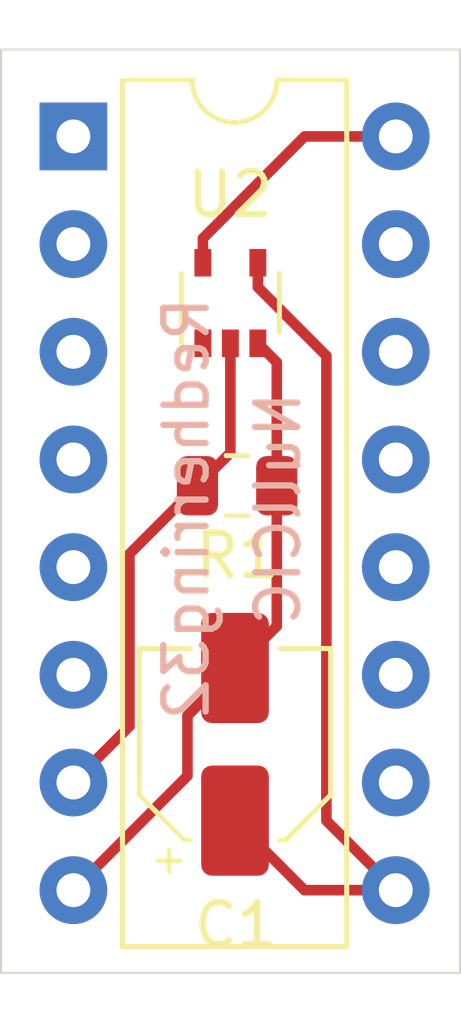
<source format=kicad_pcb>
(kicad_pcb (version 20171130) (host pcbnew "(5.1.2)-2")

  (general
    (thickness 1.6)
    (drawings 7)
    (tracks 24)
    (zones 0)
    (modules 4)
    (nets 18)
  )

  (page A4)
  (layers
    (0 F.Cu signal)
    (31 B.Cu signal)
    (32 B.Adhes user)
    (33 F.Adhes user)
    (34 B.Paste user)
    (35 F.Paste user)
    (36 B.SilkS user)
    (37 F.SilkS user)
    (38 B.Mask user)
    (39 F.Mask user)
    (40 Dwgs.User user)
    (41 Cmts.User user)
    (42 Eco1.User user)
    (43 Eco2.User user)
    (44 Edge.Cuts user)
    (45 Margin user)
    (46 B.CrtYd user)
    (47 F.CrtYd user)
    (48 B.Fab user)
    (49 F.Fab user)
  )

  (setup
    (last_trace_width 0.25)
    (trace_clearance 0.2)
    (zone_clearance 0.508)
    (zone_45_only no)
    (trace_min 0.2)
    (via_size 0.8)
    (via_drill 0.4)
    (via_min_size 0.4)
    (via_min_drill 0.3)
    (uvia_size 0.3)
    (uvia_drill 0.1)
    (uvias_allowed no)
    (uvia_min_size 0.2)
    (uvia_min_drill 0.1)
    (edge_width 0.05)
    (segment_width 0.2)
    (pcb_text_width 0.3)
    (pcb_text_size 1.5 1.5)
    (mod_edge_width 0.12)
    (mod_text_size 1 1)
    (mod_text_width 0.15)
    (pad_size 1.524 1.524)
    (pad_drill 0.762)
    (pad_to_mask_clearance 0.051)
    (solder_mask_min_width 0.25)
    (aux_axis_origin 0 0)
    (visible_elements 7FFFFFFF)
    (pcbplotparams
      (layerselection 0x010fc_ffffffff)
      (usegerberextensions false)
      (usegerberattributes false)
      (usegerberadvancedattributes false)
      (creategerberjobfile false)
      (excludeedgelayer true)
      (linewidth 0.100000)
      (plotframeref false)
      (viasonmask false)
      (mode 1)
      (useauxorigin false)
      (hpglpennumber 1)
      (hpglpenspeed 20)
      (hpglpendiameter 15.000000)
      (psnegative false)
      (psa4output false)
      (plotreference true)
      (plotvalue true)
      (plotinvisibletext false)
      (padsonsilk false)
      (subtractmaskfromsilk false)
      (outputformat 1)
      (mirror false)
      (drillshape 0)
      (scaleselection 1)
      (outputdirectory ""))
  )

  (net 0 "")
  (net 1 /GND)
  (net 2 /RST-Out)
  (net 3 "Net-(U1-Pad14)")
  (net 4 /RST-In)
  (net 5 "Net-(U1-Pad13)")
  (net 6 "Net-(U1-Pad6)")
  (net 7 "Net-(U1-Pad12)")
  (net 8 "Net-(U1-Pad5)")
  (net 9 "Net-(U1-Pad11)")
  (net 10 "Net-(U1-Pad4)")
  (net 11 "Net-(U1-Pad10)")
  (net 12 "Net-(U1-Pad3)")
  (net 13 "Net-(U1-Pad2)")
  (net 14 "Net-(U1-Pad1)")
  (net 15 /VCC)
  (net 16 "Net-(U2-Pad1)")
  (net 17 "Net-(U1-Pad15)")

  (net_class Default "This is the default net class."
    (clearance 0.2)
    (trace_width 0.25)
    (via_dia 0.8)
    (via_drill 0.4)
    (uvia_dia 0.3)
    (uvia_drill 0.1)
    (add_net /GND)
    (add_net /RST-In)
    (add_net /RST-Out)
    (add_net /VCC)
    (add_net "Net-(U1-Pad1)")
    (add_net "Net-(U1-Pad10)")
    (add_net "Net-(U1-Pad11)")
    (add_net "Net-(U1-Pad12)")
    (add_net "Net-(U1-Pad13)")
    (add_net "Net-(U1-Pad14)")
    (add_net "Net-(U1-Pad15)")
    (add_net "Net-(U1-Pad2)")
    (add_net "Net-(U1-Pad3)")
    (add_net "Net-(U1-Pad4)")
    (add_net "Net-(U1-Pad5)")
    (add_net "Net-(U1-Pad6)")
    (add_net "Net-(U2-Pad1)")
  )

  (module Resistor_SMD:R_0805_2012Metric (layer F.Cu) (tedit 5B36C52B) (tstamp 5E5EE3A9)
    (at 151.77 81.34 180)
    (descr "Resistor SMD 0805 (2012 Metric), square (rectangular) end terminal, IPC_7351 nominal, (Body size source: https://docs.google.com/spreadsheets/d/1BsfQQcO9C6DZCsRaXUlFlo91Tg2WpOkGARC1WS5S8t0/edit?usp=sharing), generated with kicad-footprint-generator")
    (tags resistor)
    (path /5E5EE2D3)
    (attr smd)
    (fp_text reference R1 (at 0 -1.65) (layer F.SilkS)
      (effects (font (size 1 1) (thickness 0.15)))
    )
    (fp_text value 0R (at 0 1.65) (layer F.Fab)
      (effects (font (size 1 1) (thickness 0.15)))
    )
    (fp_text user %R (at 0 0 270) (layer F.Fab)
      (effects (font (size 0.5 0.5) (thickness 0.08)))
    )
    (fp_line (start 1.68 0.95) (end -1.68 0.95) (layer F.CrtYd) (width 0.05))
    (fp_line (start 1.68 -0.95) (end 1.68 0.95) (layer F.CrtYd) (width 0.05))
    (fp_line (start -1.68 -0.95) (end 1.68 -0.95) (layer F.CrtYd) (width 0.05))
    (fp_line (start -1.68 0.95) (end -1.68 -0.95) (layer F.CrtYd) (width 0.05))
    (fp_line (start -0.258578 0.71) (end 0.258578 0.71) (layer F.SilkS) (width 0.12))
    (fp_line (start -0.258578 -0.71) (end 0.258578 -0.71) (layer F.SilkS) (width 0.12))
    (fp_line (start 1 0.6) (end -1 0.6) (layer F.Fab) (width 0.1))
    (fp_line (start 1 -0.6) (end 1 0.6) (layer F.Fab) (width 0.1))
    (fp_line (start -1 -0.6) (end 1 -0.6) (layer F.Fab) (width 0.1))
    (fp_line (start -1 0.6) (end -1 -0.6) (layer F.Fab) (width 0.1))
    (pad 2 smd roundrect (at 0.9375 0 180) (size 0.975 1.4) (layers F.Cu F.Paste F.Mask) (roundrect_rratio 0.25)
      (net 4 /RST-In))
    (pad 1 smd roundrect (at -0.9375 0 180) (size 0.975 1.4) (layers F.Cu F.Paste F.Mask) (roundrect_rratio 0.25)
      (net 1 /GND))
    (model ${KISYS3DMOD}/Resistor_SMD.3dshapes/R_0805_2012Metric.wrl
      (at (xyz 0 0 0))
      (scale (xyz 1 1 1))
      (rotate (xyz 0 0 0))
    )
  )

  (module Package_DIP:DIP-16_W7.62mm (layer F.Cu) (tedit 5A02E8C5) (tstamp 5E5DC7E4)
    (at 147.9 73.1)
    (descr "16-lead though-hole mounted DIP package, row spacing 7.62 mm (300 mils)")
    (tags "THT DIP DIL PDIP 2.54mm 7.62mm 300mil")
    (path /5E5D6A32)
    (fp_text reference " " (at 3.34 -2.37) (layer F.SilkS)
      (effects (font (size 1 1) (thickness 0.15)))
    )
    (fp_text value 10NES_CIC (at 3.81 20.11) (layer F.Fab)
      (effects (font (size 1 1) (thickness 0.15)))
    )
    (fp_text user %R (at 3.81 8.89) (layer F.Fab)
      (effects (font (size 1 1) (thickness 0.15)))
    )
    (fp_line (start 8.7 -1.55) (end -1.1 -1.55) (layer F.CrtYd) (width 0.05))
    (fp_line (start 8.7 19.3) (end 8.7 -1.55) (layer F.CrtYd) (width 0.05))
    (fp_line (start -1.1 19.3) (end 8.7 19.3) (layer F.CrtYd) (width 0.05))
    (fp_line (start -1.1 -1.55) (end -1.1 19.3) (layer F.CrtYd) (width 0.05))
    (fp_line (start 6.46 -1.33) (end 4.81 -1.33) (layer F.SilkS) (width 0.12))
    (fp_line (start 6.46 19.11) (end 6.46 -1.33) (layer F.SilkS) (width 0.12))
    (fp_line (start 1.16 19.11) (end 6.46 19.11) (layer F.SilkS) (width 0.12))
    (fp_line (start 1.16 -1.33) (end 1.16 19.11) (layer F.SilkS) (width 0.12))
    (fp_line (start 2.81 -1.33) (end 1.16 -1.33) (layer F.SilkS) (width 0.12))
    (fp_line (start 0.635 -0.27) (end 1.635 -1.27) (layer F.Fab) (width 0.1))
    (fp_line (start 0.635 19.05) (end 0.635 -0.27) (layer F.Fab) (width 0.1))
    (fp_line (start 6.985 19.05) (end 0.635 19.05) (layer F.Fab) (width 0.1))
    (fp_line (start 6.985 -1.27) (end 6.985 19.05) (layer F.Fab) (width 0.1))
    (fp_line (start 1.635 -1.27) (end 6.985 -1.27) (layer F.Fab) (width 0.1))
    (fp_arc (start 3.81 -1.33) (end 2.81 -1.33) (angle -180) (layer F.SilkS) (width 0.12))
    (pad 16 thru_hole oval (at 7.62 0) (size 1.6 1.6) (drill 0.8) (layers *.Cu *.Mask)
      (net 15 /VCC))
    (pad 8 thru_hole oval (at 0 17.78) (size 1.6 1.6) (drill 0.8) (layers *.Cu *.Mask)
      (net 1 /GND))
    (pad 15 thru_hole oval (at 7.62 2.54) (size 1.6 1.6) (drill 0.8) (layers *.Cu *.Mask)
      (net 17 "Net-(U1-Pad15)"))
    (pad 7 thru_hole oval (at 0 15.24) (size 1.6 1.6) (drill 0.8) (layers *.Cu *.Mask)
      (net 4 /RST-In))
    (pad 14 thru_hole oval (at 7.62 5.08) (size 1.6 1.6) (drill 0.8) (layers *.Cu *.Mask)
      (net 3 "Net-(U1-Pad14)"))
    (pad 6 thru_hole oval (at 0 12.7) (size 1.6 1.6) (drill 0.8) (layers *.Cu *.Mask)
      (net 6 "Net-(U1-Pad6)"))
    (pad 13 thru_hole oval (at 7.62 7.62) (size 1.6 1.6) (drill 0.8) (layers *.Cu *.Mask)
      (net 5 "Net-(U1-Pad13)"))
    (pad 5 thru_hole oval (at 0 10.16) (size 1.6 1.6) (drill 0.8) (layers *.Cu *.Mask)
      (net 8 "Net-(U1-Pad5)"))
    (pad 12 thru_hole oval (at 7.62 10.16) (size 1.6 1.6) (drill 0.8) (layers *.Cu *.Mask)
      (net 7 "Net-(U1-Pad12)"))
    (pad 4 thru_hole oval (at 0 7.62) (size 1.6 1.6) (drill 0.8) (layers *.Cu *.Mask)
      (net 10 "Net-(U1-Pad4)"))
    (pad 11 thru_hole oval (at 7.62 12.7) (size 1.6 1.6) (drill 0.8) (layers *.Cu *.Mask)
      (net 9 "Net-(U1-Pad11)"))
    (pad 3 thru_hole oval (at 0 5.08) (size 1.6 1.6) (drill 0.8) (layers *.Cu *.Mask)
      (net 12 "Net-(U1-Pad3)"))
    (pad 10 thru_hole oval (at 7.62 15.24) (size 1.6 1.6) (drill 0.8) (layers *.Cu *.Mask)
      (net 11 "Net-(U1-Pad10)"))
    (pad 2 thru_hole oval (at 0 2.54) (size 1.6 1.6) (drill 0.8) (layers *.Cu *.Mask)
      (net 13 "Net-(U1-Pad2)"))
    (pad 9 thru_hole oval (at 7.62 17.78) (size 1.6 1.6) (drill 0.8) (layers *.Cu *.Mask)
      (net 2 /RST-Out))
    (pad 1 thru_hole rect (at 0 0) (size 1.6 1.6) (drill 0.8) (layers *.Cu *.Mask)
      (net 14 "Net-(U1-Pad1)"))
    (model ${KISYS3DMOD}/Package_DIP.3dshapes/DIP-16_W7.62mm.wrl
      (at (xyz 0 0 0))
      (scale (xyz 1 1 1))
      (rotate (xyz 0 0 0))
    )
  )

  (module Package_TO_SOT_SMD:SOT-353_SC-70-5 (layer F.Cu) (tedit 5A02FF57) (tstamp 5E5DBDA5)
    (at 151.61 77.03 90)
    (descr "SOT-353, SC-70-5")
    (tags "SOT-353 SC-70-5")
    (path /5E5D9296)
    (attr smd)
    (fp_text reference U2 (at 2.56 -0.01 180) (layer F.SilkS)
      (effects (font (size 1 1) (thickness 0.15)))
    )
    (fp_text value 74LVC1GU04DRL (at 0 2 270) (layer F.Fab)
      (effects (font (size 1 1) (thickness 0.15)))
    )
    (fp_line (start -0.175 -1.1) (end -0.675 -0.6) (layer F.Fab) (width 0.1))
    (fp_line (start 0.675 1.1) (end -0.675 1.1) (layer F.Fab) (width 0.1))
    (fp_line (start 0.675 -1.1) (end 0.675 1.1) (layer F.Fab) (width 0.1))
    (fp_line (start -1.6 1.4) (end 1.6 1.4) (layer F.CrtYd) (width 0.05))
    (fp_line (start -0.675 -0.6) (end -0.675 1.1) (layer F.Fab) (width 0.1))
    (fp_line (start 0.675 -1.1) (end -0.175 -1.1) (layer F.Fab) (width 0.1))
    (fp_line (start -1.6 -1.4) (end 1.6 -1.4) (layer F.CrtYd) (width 0.05))
    (fp_line (start -1.6 -1.4) (end -1.6 1.4) (layer F.CrtYd) (width 0.05))
    (fp_line (start 1.6 1.4) (end 1.6 -1.4) (layer F.CrtYd) (width 0.05))
    (fp_line (start -0.7 1.16) (end 0.7 1.16) (layer F.SilkS) (width 0.12))
    (fp_line (start 0.7 -1.16) (end -1.2 -1.16) (layer F.SilkS) (width 0.12))
    (fp_text user %R (at 0 0) (layer F.Fab)
      (effects (font (size 0.5 0.5) (thickness 0.075)))
    )
    (pad 5 smd rect (at 0.95 -0.65 90) (size 0.65 0.4) (layers F.Cu F.Paste F.Mask)
      (net 15 /VCC))
    (pad 4 smd rect (at 0.95 0.65 90) (size 0.65 0.4) (layers F.Cu F.Paste F.Mask)
      (net 2 /RST-Out))
    (pad 2 smd rect (at -0.95 0 90) (size 0.65 0.4) (layers F.Cu F.Paste F.Mask)
      (net 4 /RST-In))
    (pad 3 smd rect (at -0.95 0.65 90) (size 0.65 0.4) (layers F.Cu F.Paste F.Mask)
      (net 1 /GND))
    (pad 1 smd rect (at -0.95 -0.65 90) (size 0.65 0.4) (layers F.Cu F.Paste F.Mask)
      (net 16 "Net-(U2-Pad1)"))
    (model ${KISYS3DMOD}/Package_TO_SOT_SMD.3dshapes/SOT-353_SC-70-5.wrl
      (at (xyz 0 0 0))
      (scale (xyz 1 1 1))
      (rotate (xyz 0 0 0))
    )
  )

  (module Capacitor_SMD:CP_Elec_4x5.3 (layer F.Cu) (tedit 5BCA39CF) (tstamp 5E5DBD6E)
    (at 151.72 87.44 90)
    (descr "SMD capacitor, aluminum electrolytic, Vishay, 4.0x5.3mm")
    (tags "capacitor electrolytic")
    (path /5E5DAB45)
    (attr smd)
    (fp_text reference C1 (at -4.26 0.02 180) (layer F.SilkS)
      (effects (font (size 1 1) (thickness 0.15)))
    )
    (fp_text value 0.47uF (at 0 3.2 90) (layer F.Fab)
      (effects (font (size 1 1) (thickness 0.15)))
    )
    (fp_text user %R (at 0 0 90) (layer F.Fab)
      (effects (font (size 0.8 0.8) (thickness 0.12)))
    )
    (fp_line (start -3.35 1.05) (end -2.4 1.05) (layer F.CrtYd) (width 0.05))
    (fp_line (start -3.35 -1.05) (end -3.35 1.05) (layer F.CrtYd) (width 0.05))
    (fp_line (start -2.4 -1.05) (end -3.35 -1.05) (layer F.CrtYd) (width 0.05))
    (fp_line (start -2.4 1.05) (end -2.4 1.25) (layer F.CrtYd) (width 0.05))
    (fp_line (start -2.4 -1.25) (end -2.4 -1.05) (layer F.CrtYd) (width 0.05))
    (fp_line (start -2.4 -1.25) (end -1.25 -2.4) (layer F.CrtYd) (width 0.05))
    (fp_line (start -2.4 1.25) (end -1.25 2.4) (layer F.CrtYd) (width 0.05))
    (fp_line (start -1.25 -2.4) (end 2.4 -2.4) (layer F.CrtYd) (width 0.05))
    (fp_line (start -1.25 2.4) (end 2.4 2.4) (layer F.CrtYd) (width 0.05))
    (fp_line (start 2.4 1.05) (end 2.4 2.4) (layer F.CrtYd) (width 0.05))
    (fp_line (start 3.35 1.05) (end 2.4 1.05) (layer F.CrtYd) (width 0.05))
    (fp_line (start 3.35 -1.05) (end 3.35 1.05) (layer F.CrtYd) (width 0.05))
    (fp_line (start 2.4 -1.05) (end 3.35 -1.05) (layer F.CrtYd) (width 0.05))
    (fp_line (start 2.4 -2.4) (end 2.4 -1.05) (layer F.CrtYd) (width 0.05))
    (fp_line (start -2.75 -1.81) (end -2.75 -1.31) (layer F.SilkS) (width 0.12))
    (fp_line (start -3 -1.56) (end -2.5 -1.56) (layer F.SilkS) (width 0.12))
    (fp_line (start -2.26 1.195563) (end -1.195563 2.26) (layer F.SilkS) (width 0.12))
    (fp_line (start -2.26 -1.195563) (end -1.195563 -2.26) (layer F.SilkS) (width 0.12))
    (fp_line (start -2.26 -1.195563) (end -2.26 -1.06) (layer F.SilkS) (width 0.12))
    (fp_line (start -2.26 1.195563) (end -2.26 1.06) (layer F.SilkS) (width 0.12))
    (fp_line (start -1.195563 2.26) (end 2.26 2.26) (layer F.SilkS) (width 0.12))
    (fp_line (start -1.195563 -2.26) (end 2.26 -2.26) (layer F.SilkS) (width 0.12))
    (fp_line (start 2.26 -2.26) (end 2.26 -1.06) (layer F.SilkS) (width 0.12))
    (fp_line (start 2.26 2.26) (end 2.26 1.06) (layer F.SilkS) (width 0.12))
    (fp_line (start -1.374773 -1.2) (end -1.374773 -0.8) (layer F.Fab) (width 0.1))
    (fp_line (start -1.574773 -1) (end -1.174773 -1) (layer F.Fab) (width 0.1))
    (fp_line (start -2.15 1.15) (end -1.15 2.15) (layer F.Fab) (width 0.1))
    (fp_line (start -2.15 -1.15) (end -1.15 -2.15) (layer F.Fab) (width 0.1))
    (fp_line (start -2.15 -1.15) (end -2.15 1.15) (layer F.Fab) (width 0.1))
    (fp_line (start -1.15 2.15) (end 2.15 2.15) (layer F.Fab) (width 0.1))
    (fp_line (start -1.15 -2.15) (end 2.15 -2.15) (layer F.Fab) (width 0.1))
    (fp_line (start 2.15 -2.15) (end 2.15 2.15) (layer F.Fab) (width 0.1))
    (fp_circle (center 0 0) (end 2 0) (layer F.Fab) (width 0.1))
    (pad 2 smd roundrect (at 1.8 0 90) (size 2.6 1.6) (layers F.Cu F.Paste F.Mask) (roundrect_rratio 0.15625)
      (net 1 /GND))
    (pad 1 smd roundrect (at -1.8 0 90) (size 2.6 1.6) (layers F.Cu F.Paste F.Mask) (roundrect_rratio 0.15625)
      (net 2 /RST-Out))
    (model ${KISYS3DMOD}/Capacitor_SMD.3dshapes/CP_Elec_4x5.3.wrl
      (at (xyz 0 0 0))
      (scale (xyz 1 1 1))
      (rotate (xyz 0 0 0))
    )
  )

  (gr_line (start 157.04 92.83) (end 157.04 71.05) (layer Edge.Cuts) (width 0.05))
  (gr_line (start 157.04 71.05) (end 146.19 71.05) (layer Edge.Cuts) (width 0.05))
  (gr_line (start 146.19 92.83) (end 157.04 92.83) (layer Edge.Cuts) (width 0.05))
  (gr_line (start 146.19 71.23) (end 146.19 92.83) (layer Edge.Cuts) (width 0.05))
  (gr_line (start 146.19 71.05) (end 146.19 71.23) (layer Edge.Cuts) (width 0.05) (tstamp 5E5DCE44))
  (gr_text NullCIC (at 152.74 81.88 90) (layer B.SilkS)
    (effects (font (size 1 1) (thickness 0.15)) (justify mirror))
  )
  (gr_text Redherring32 (at 150.57 81.88 90) (layer B.SilkS)
    (effects (font (size 1 1) (thickness 0.15)) (justify mirror))
  )

  (segment (start 152.37 84.99) (end 151.72 85.64) (width 0.25) (layer F.Cu) (net 1))
  (segment (start 148.699999 90.080001) (end 147.9 90.88) (width 0.25) (layer F.Cu) (net 1))
  (segment (start 150.59499 88.18501) (end 148.699999 90.080001) (width 0.25) (layer F.Cu) (net 1))
  (segment (start 150.59499 86.76501) (end 150.59499 88.18501) (width 0.25) (layer F.Cu) (net 1))
  (segment (start 151.72 85.64) (end 150.59499 86.76501) (width 0.25) (layer F.Cu) (net 1))
  (segment (start 152.7075 84.6525) (end 152.7075 81.34) (width 0.25) (layer F.Cu) (net 1))
  (segment (start 151.72 85.64) (end 152.7075 84.6525) (width 0.25) (layer F.Cu) (net 1))
  (segment (start 152.7075 78.4275) (end 152.26 77.98) (width 0.25) (layer F.Cu) (net 1))
  (segment (start 152.7075 81.34) (end 152.7075 78.4275) (width 0.25) (layer F.Cu) (net 1))
  (segment (start 153.88 89.24) (end 155.52 90.88) (width 0.25) (layer F.Cu) (net 2))
  (segment (start 152.26 76.655) (end 152.26 76.08) (width 0.25) (layer F.Cu) (net 2))
  (segment (start 153.88 78.275) (end 152.26 76.655) (width 0.25) (layer F.Cu) (net 2))
  (segment (start 153.88 89.24) (end 153.88 78.275) (width 0.25) (layer F.Cu) (net 2))
  (segment (start 153.36 90.88) (end 155.52 90.88) (width 0.25) (layer F.Cu) (net 2))
  (segment (start 151.72 89.24) (end 153.36 90.88) (width 0.25) (layer F.Cu) (net 2))
  (segment (start 151.61 80.5625) (end 151.61 77.98) (width 0.25) (layer F.Cu) (net 4))
  (segment (start 150.8325 81.34) (end 151.61 80.5625) (width 0.25) (layer F.Cu) (net 4))
  (segment (start 149.225 82.9475) (end 150.8325 81.34) (width 0.25) (layer F.Cu) (net 4))
  (segment (start 149.225 87.015) (end 149.225 82.9475) (width 0.25) (layer F.Cu) (net 4))
  (segment (start 147.9 88.34) (end 149.225 87.015) (width 0.25) (layer F.Cu) (net 4))
  (segment (start 154.38863 73.1) (end 155.52 73.1) (width 0.25) (layer F.Cu) (net 15))
  (segment (start 153.365 73.1) (end 154.38863 73.1) (width 0.25) (layer F.Cu) (net 15))
  (segment (start 150.96 75.505) (end 153.365 73.1) (width 0.25) (layer F.Cu) (net 15))
  (segment (start 150.96 76.08) (end 150.96 75.505) (width 0.25) (layer F.Cu) (net 15))

)

</source>
